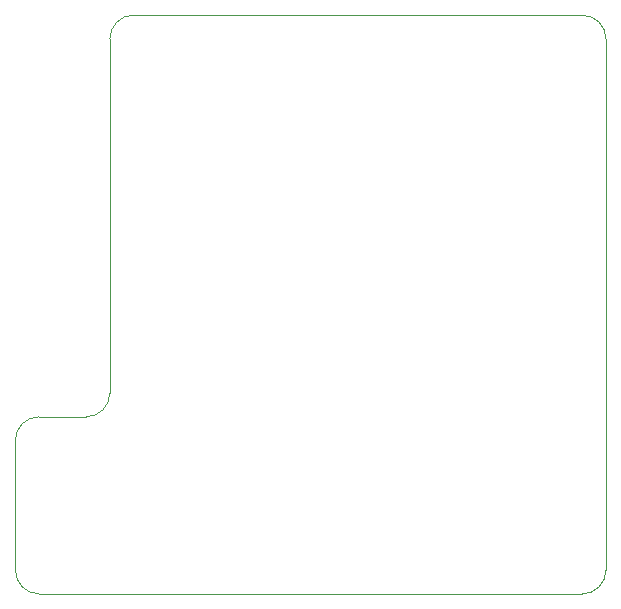
<source format=gbr>
%TF.GenerationSoftware,KiCad,Pcbnew,7.0.8-7.0.8~ubuntu22.04.1*%
%TF.CreationDate,2023-10-20T20:05:54+03:00*%
%TF.ProjectId,lisn,6c69736e-2e6b-4696-9361-645f70636258,rev?*%
%TF.SameCoordinates,PXa6e49c0PY6dac2c0*%
%TF.FileFunction,Profile,NP*%
%FSLAX46Y46*%
G04 Gerber Fmt 4.6, Leading zero omitted, Abs format (unit mm)*
G04 Created by KiCad (PCBNEW 7.0.8-7.0.8~ubuntu22.04.1) date 2023-10-20 20:05:54*
%MOMM*%
%LPD*%
G01*
G04 APERTURE LIST*
%TA.AperFunction,Profile*%
%ADD10C,0.100000*%
%TD*%
G04 APERTURE END LIST*
D10*
X-50000000Y2000000D02*
G75*
G03*
X-48000000Y0I2000000J0D01*
G01*
X-48000000Y15000000D02*
G75*
G03*
X-50000000Y13000000I0J-2000000D01*
G01*
X-44000000Y15000000D02*
G75*
G03*
X-42000000Y17000000I0J2000000D01*
G01*
X-40000000Y49000000D02*
G75*
G03*
X-42000000Y47000000I0J-2000000D01*
G01*
X0Y47000000D02*
G75*
G03*
X-2000000Y49000000I-2000000J0D01*
G01*
X-2000000Y0D02*
G75*
G03*
X0Y2000000I0J2000000D01*
G01*
X-50000000Y13000000D02*
X-50000000Y2000000D01*
X-48000000Y0D02*
X-2000000Y0D01*
X-2000000Y49000000D02*
X-40000000Y49000000D01*
X0Y2000000D02*
X0Y47000000D01*
X-44000000Y15000000D02*
X-48000000Y15000000D01*
X-42000000Y47000000D02*
X-42000000Y17000000D01*
M02*

</source>
